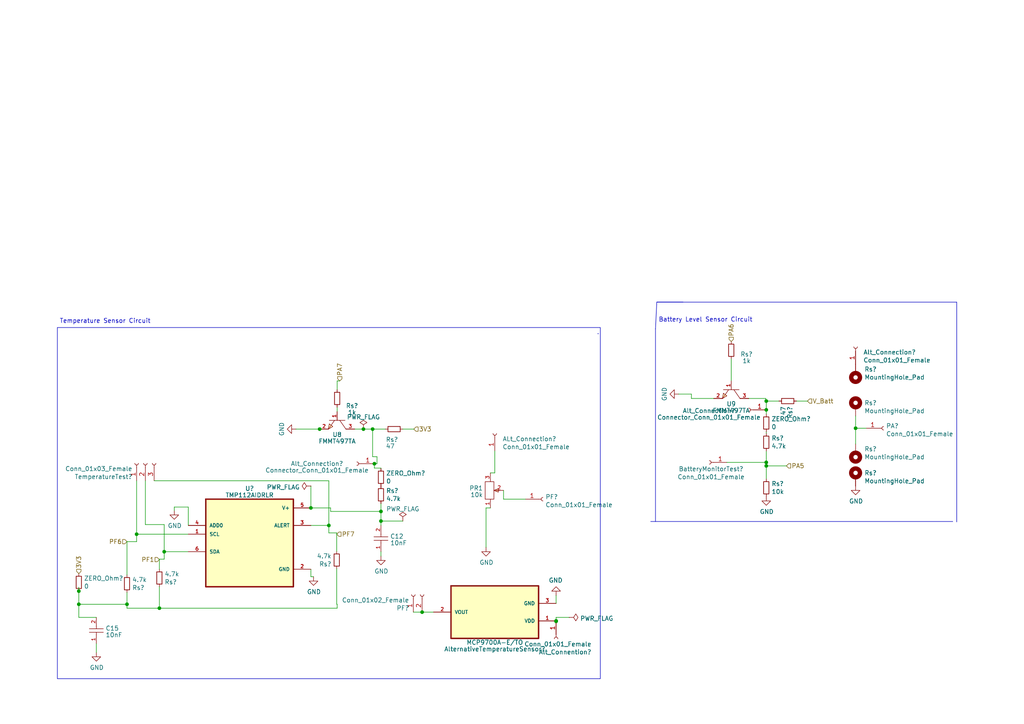
<source format=kicad_sch>
(kicad_sch (version 20230121) (generator eeschema)
  (paper "A4")
  (title_block (title "EEE3088F Sensor Subsystem ") (date "2023-03-18") (rev "V3") (company "University of Cape Town") (comment 1 "Group 11") (comment 2 "Zinzile Mabizela") (comment 3 "MBZZIN003"))
  (lib_symbols
    (symbol "1u ceramic capacitor:CL21B105KBFNNNE" (pin_names hide)
      (property "Reference" "C" (at 0 1.27 0))
      (property "Value" "CL21B105KBFNNNE" (at 0 -2.54 0))
      (symbol "CL21B105KBFNNNE_0_1"
        (polyline (pts (xy -1.27 0) (xy -0.508 0)))
        (polyline (pts (xy -0.508 2.032) (xy -0.508 -2.032)))
        (polyline (pts (xy 0.508 0) (xy 1.27 0)))
        (polyline (pts (xy 0.508 2.032) (xy 0.508 -2.032)))
        (pin input line (at -3.81 0 0) (length 2.54) (name "1") (number "1"))
        (pin input line (at 3.81 0 180) (length 2.54) (name "2") (number "2"))
      )
    )
    (symbol "3362X-1-103LF:3362X-1-103LF" (pin_names hide)
      (property "Reference" "PR" (at 0 1.27 0))
      (property "Value" "3362X-1-103LF" (at 0 -2.54 0))
      (symbol "3362X-1-103LF_0_1"
        (polyline (pts (xy -0.254 0) (xy -1.524 0)))
        (polyline (pts (xy 0.254 0) (xy -1.016 -0.508) (xy -1.016 0.508) (xy 0.254 0)) (fill (type background)))
        (polyline (pts (xy 0.254 -2.54) (xy 0.254 2.54) (xy 2.794 2.54) (xy 2.794 -2.54) (xy 0.254 -2.54)))
        (pin input line (at 1.27 5.08 270) (length 2.54) (name "1") (number "1"))
        (pin input line (at -2.54 0 0) (length 2.54) (name "2") (number "2"))
        (pin input line (at 1.27 -5.08 90) (length 2.54) (name "3") (number "3"))
      )
    )
    (symbol "Device:R_Small" (pin_numbers hide) (pin_names (offset 0.254) hide)
      (property "Reference" "R" (at 0.762 0.508 0))
      (property "Value" "R_Small" (at 0.762 -1.016 0))
      (symbol "R_Small_0_1"
        (rectangle (start -0.762 1.778) (end 0.762 -1.778) (stroke (width 0.2032)))
      )
      (symbol "R_Small_1_1"
        (pin passive line (at 0 2.54 270) (length 0.762) (name "~") (number "1"))
        (pin passive line (at 0 -2.54 90) (length 0.762) (name "~") (number "2"))
      )
    )
    (symbol "FMMT497TA:FMMT497TA" (pin_names hide)
      (property "Reference" "U" (at 0 1.27 0))
      (property "Value" "FMMT497TA" (at 0 -2.54 0))
      (symbol "FMMT497TA_0_1"
        (polyline (pts (xy 0 -0.762) (xy 2.54 -2.54)))
        (polyline (pts (xy 0 2.286) (xy 0 -2.286)))
        (polyline (pts (xy 2.54 2.54) (xy 0 0.762)))
        (polyline (pts (xy 2.54 -2.54) (xy 1.778 -1.27) (xy 1.016 -2.286) (xy 2.54 -2.54)) (fill (type background)))
        (pin unspecified line (at -2.54 0 0) (length 2.54) (name "B") (number "1"))
        (pin unspecified line (at 2.54 -5.08 90) (length 2.54) (name "E") (number "2"))
        (pin unspecified line (at 2.54 5.08 270) (length 2.54) (name "C") (number "3"))
      )
    )
    (symbol "MCP9700A-E_TO:MCP9700A-E{slash}TO" (pin_names (offset 1.016))
      (property "Reference" "Q" (at -4.5732 6.2755 0))
      (property "Value" "MCP9700A-E{slash}TO" (at -5.2342 -12.7551 0))
      (symbol "MCP9700A-E{slash}TO_0_0"
        (rectangle (start -12.7 -10.16) (end 12.7 5.08) (stroke (width 0.4064)) (fill (type background)))
        (pin power_in line (at -17.78 0 0) (length 5.08) (name "VDD") (number "1"))
        (pin output line (at 17.78 -2.54 180) (length 5.08) (name "VOUT") (number "2"))
        (pin passive line (at -17.78 -5.08 0) (length 5.08) (name "GND") (number "3"))
      )
    )
    (symbol "Mechanical:MountingHole_Pad" (pin_numbers hide) (pin_names (offset 1.016) hide)
      (property "Reference" "H" (at 0 6.35 0))
      (property "Value" "MountingHole_Pad" (at 0 4.445 0))
      (symbol "MountingHole_Pad_0_1"
        (circle (center 0 1.27) (radius 1.27) (stroke (width 1.27)))
      )
      (symbol "MountingHole_Pad_1_1"
        (pin input line (at 0 -2.54 90) (length 2.54) (name "1") (number "1"))
      )
    )
    (symbol "TMP112AIDRLR:TMP112AIDRLR" (pin_names (offset 1.016))
      (property "Reference" "U" (at -12.7 13.7 0))
      (property "Value" "TMP112AIDRLR" (at -12.7 -16.7 0))
      (symbol "TMP112AIDRLR_0_0"
        (rectangle (start -12.7 -12.7) (end 12.7 12.7) (stroke (width 0.41)) (fill (type background)))
        (pin input line (at -17.78 2.54 0) (length 5.08) (name "SCL") (number "1"))
        (pin power_in line (at 17.78 -7.62 180) (length 5.08) (name "GND") (number "2"))
        (pin output line (at 17.78 5.08 180) (length 5.08) (name "ALERT") (number "3"))
        (pin input line (at -17.78 5.08 0) (length 5.08) (name "ADD0") (number "4"))
        (pin power_in line (at 17.78 10.16 180) (length 5.08) (name "V+") (number "5"))
        (pin bidirectional line (at -17.78 -2.54 0) (length 5.08) (name "SDA") (number "6"))
      )
    )
    (symbol "power:GND" (power) (pin_names (offset 0))
      (property "Value" "GND" (at 0 -3.81 0))
      (symbol "GND_0_1"
        (polyline (pts (xy 0 0) (xy 0 -1.27) (xy 1.27 -1.27) (xy 0 -2.54) (xy -1.27 -1.27) (xy 0 -1.27)))
      )
      (symbol "GND_1_1"
        (pin power_in line (at 0 0 270) (length 0) hide (name "GND") (number "1"))
      )
    )
    (symbol "power:PWR_FLAG" (power) (pin_numbers hide) (pin_names (offset 0) hide)
      (property "Value" "PWR_FLAG" (at 0 3.81 0))
      (symbol "PWR_FLAG_0_0"
        (pin power_out line (at 0 0 90) (length 0) (name "pwr") (number "1"))
      )
      (symbol "PWR_FLAG_0_1"
        (polyline (pts (xy 0 0) (xy 0 1.27) (xy -1.016 1.905) (xy 0 2.54) (xy 1.016 1.905) (xy 0 1.27)))
      )
    )
    (symbol "sensor_circuits-rescue:Conn_01x01_Female-Connector" (pin_names (offset 1.016) hide)
      (property "Reference" "J" (at 0 2.54 0))
      (property "Value" "Connector_Conn_01x01_Female" (at 0 -2.54 0))
      (symbol "Conn_01x01_Female-Connector_1_1"
        (polyline (pts (xy -1.27 0) (xy -0.508 0)) (stroke (width 0.1524)))
        (arc (start 0 0.508) (mid -0.5058 0) (end 0 -0.508) (stroke (width 0.1524)))
        (pin passive line (at -5.08 0 0) (length 3.81) (name "Pin_1") (number "1"))
      )
    )
    (symbol "sensor_circuits-rescue:Conn_01x02_Female-Connector" (pin_names (offset 1.016) hide)
      (property "Reference" "J" (at 0 2.54 0))
      (property "Value" "Connector_Conn_01x02_Female" (at 0 -5.08 0))
      (symbol "Conn_01x02_Female-Connector_1_1"
        (arc (start 0 -2.032) (mid -0.5058 -2.54) (end 0 -3.048) (stroke (width 0.1524)))
        (polyline (pts (xy -1.27 -2.54) (xy -0.508 -2.54)) (stroke (width 0.1524)))
        (polyline (pts (xy -1.27 0) (xy -0.508 0)) (stroke (width 0.1524)))
        (arc (start 0 0.508) (mid -0.5058 0) (end 0 -0.508) (stroke (width 0.1524)))
        (pin passive line (at -5.08 0 0) (length 3.81) (name "Pin_1") (number "1"))
        (pin passive line (at -5.08 -2.54 0) (length 3.81) (name "Pin_2") (number "2"))
      )
    )
    (symbol "sensor_circuits-rescue:Conn_01x03_Female-Connector" (pin_names (offset 1.016) hide)
      (property "Reference" "J" (at 0 5.08 0))
      (property "Value" "Connector_Conn_01x03_Female" (at 0 -5.08 0))
      (symbol "Conn_01x03_Female-Connector_1_1"
        (arc (start 0 -2.032) (mid -0.5058 -2.54) (end 0 -3.048) (stroke (width 0.1524)))
        (polyline (pts (xy -1.27 -2.54) (xy -0.508 -2.54)) (stroke (width 0.1524)))
        (polyline (pts (xy -1.27 0) (xy -0.508 0)) (stroke (width 0.1524)))
        (polyline (pts (xy -1.27 2.54) (xy -0.508 2.54)) (stroke (width 0.1524)))
        (arc (start 0 0.508) (mid -0.5058 0) (end 0 -0.508) (stroke (width 0.1524)))
        (arc (start 0 3.048) (mid -0.5058 2.54) (end 0 2.032) (stroke (width 0.1524)))
        (pin passive line (at -5.08 2.54 0) (length 3.81) (name "Pin_1") (number "1"))
        (pin passive line (at -5.08 0 0) (length 3.81) (name "Pin_2") (number "2"))
        (pin passive line (at -5.08 -2.54 0) (length 3.81) (name "Pin_3") (number "3"))
      )
    )
  )
  (junction (at 90.17 147.32))
  (junction (at 46.228 176.403))
  (junction (at 92.71 124.46))
  (junction (at 22.86 175.26))
  (junction (at 22.86 171.45))
  (junction (at 222.25 116.332))
  (junction (at 161.29 180.213))
  (junction (at 108.585 134.493))
  (junction (at 39.624 154.94))
  (junction (at 248.158 124.206))
  (junction (at 110.49 151.13))
  (junction (at 95.377 152.4))
  (junction (at 161.29 180.086))
  (junction (at 222.25 134.112))
  (junction (at 222.25 135.128))
  (junction (at 108.077 124.46))
  (junction (at 36.83 175.26))
  (junction (at 122.428 177.546))
  (junction (at 222.25 118.872))
  (junction (at 47.625 160.02))
  (junction (at 105.41 124.46))
  (junction (at 110.49 148.336))
  (wire (pts (xy 97.663 175.26) (xy 97.663 164.973)))
  (wire (pts (xy 120.015 124.46) (xy 116.84 124.46)))
  (wire (pts (xy 212.09 104.14) (xy 212.09 110.49)))
  (wire (pts (xy 109.347 132.461) (xy 109.347 134.493)))
  (wire (pts (xy 36.83 171.831) (xy 36.83 175.26)))
  (wire (pts (xy 110.49 146.05) (xy 110.49 148.336)))
  (wire (pts (xy 97.663 154.559) (xy 95.377 154.559)))
  (wire (pts (xy 39.624 154.94) (xy 54.61 154.94)))
  (wire (pts (xy 47.625 160.02) (xy 47.625 162.179)))
  (wire (pts (xy 110.49 148.59) (xy 110.49 151.13)))
  (wire (pts (xy 46.228 162.179) (xy 47.625 162.179)))
  (polyline (pts (xy 190.5 87.63) (xy 277.495 87.63)))
  (wire (pts (xy 234.188 116.332) (xy 231.013 116.332)))
  (wire (pts (xy 210.82 134.112) (xy 222.25 134.112)))
  (wire (pts (xy 200.533 114.3) (xy 200.533 115.57)))
  (wire (pts (xy 22.86 170.307) (xy 22.86 171.45)))
  (wire (pts (xy 222.25 118.872) (xy 222.25 120.142)))
  (wire (pts (xy 110.49 151.13) (xy 116.84 151.13)))
  (wire (pts (xy 200.533 115.57) (xy 207.01 115.57)))
  (wire (pts (xy 90.17 165.1) (xy 90.17 167.259)))
  (wire (pts (xy 27.94 186.69) (xy 27.94 189.23)))
  (polyline (pts (xy 190.119 151.257) (xy 190.119 95.377)))
  (polyline (pts (xy 277.495 87.63) (xy 277.495 151.384)))
  (wire (pts (xy 42.164 152.146) (xy 47.625 152.146)))
  (wire (pts (xy 165.1 179.07) (xy 161.29 179.07)))
  (wire (pts (xy 248.158 124.206) (xy 248.158 128.778)))
  (wire (pts (xy 44.704 139.446) (xy 95.377 139.446)))
  (wire (pts (xy 161.29 180.086) (xy 161.544 180.086)))
  (wire (pts (xy 22.86 171.45) (xy 22.86 175.26)))
  (polyline (pts (xy 190.5 87.63) (xy 198.12 87.63)))
  (wire (pts (xy 140.97 158.75) (xy 140.97 147.32)))
  (wire (pts (xy 46.228 165.1) (xy 46.228 162.179)))
  (wire (pts (xy 36.83 175.26) (xy 36.83 176.403)))
  (wire (pts (xy 143.51 137.16) (xy 142.24 137.16)))
  (wire (pts (xy 108.585 135.763) (xy 108.585 134.493)))
  (wire (pts (xy 97.79 175.26) (xy 97.79 176.403)))
  (wire (pts (xy 95.885 148.336) (xy 110.49 148.336)))
  (wire (pts (xy 92.71 124.46) (xy 85.852 124.46)))
  (wire (pts (xy 47.625 160.02) (xy 54.61 160.02)))
  (wire (pts (xy 46.228 170.18) (xy 46.228 176.403)))
  (wire (pts (xy 110.49 135.89) (xy 110.49 135.763)))
  (wire (pts (xy 90.17 140.97) (xy 90.17 147.32)))
  (polyline (pts (xy 190.5 87.63) (xy 190.119 95.377)))
  (wire (pts (xy 109.347 134.493) (xy 108.585 134.493)))
  (wire (pts (xy 119.888 177.546) (xy 122.428 177.546)))
  (wire (pts (xy 161.29 180.213) (xy 161.29 180.34)))
  (wire (pts (xy 27.94 179.07) (xy 22.86 179.07)))
  (wire (pts (xy 54.61 147.066) (xy 54.61 152.4)))
  (wire (pts (xy 39.624 154.94) (xy 39.624 157.099)))
  (wire (pts (xy 97.79 110.49) (xy 97.79 113.03)))
  (wire (pts (xy 102.87 124.46) (xy 105.41 124.46)))
  (wire (pts (xy 146.05 142.24) (xy 146.05 144.78)))
  (wire (pts (xy 222.25 130.81) (xy 222.25 134.112)))
  (wire (pts (xy 97.663 159.893) (xy 97.663 154.559)))
  (wire (pts (xy 50.546 147.066) (xy 54.61 147.066)))
  (wire (pts (xy 97.79 110.49) (xy 98.552 110.49)))
  (wire (pts (xy 105.41 124.46) (xy 108.077 124.46)))
  (wire (pts (xy 95.377 152.4) (xy 95.377 154.559)))
  (wire (pts (xy 146.05 144.78) (xy 152.4 144.78)))
  (wire (pts (xy 95.885 147.32) (xy 95.885 148.336)))
  (wire (pts (xy 110.49 151.13) (xy 110.49 152.4)))
  (wire (pts (xy 110.49 148.336) (xy 110.49 148.463)))
  (wire (pts (xy 22.86 175.26) (xy 36.83 175.26)))
  (wire (pts (xy 90.17 147.32) (xy 95.885 147.32)))
  (wire (pts (xy 217.17 115.57) (xy 222.123 115.57)))
  (wire (pts (xy 95.377 152.4) (xy 90.17 152.4)))
  (wire (pts (xy 36.83 176.403) (xy 46.228 176.403)))
  (wire (pts (xy 248.158 120.65) (xy 248.158 124.206)))
  (wire (pts (xy 222.123 116.332) (xy 222.25 116.332)))
  (wire (pts (xy 47.625 152.146) (xy 47.625 160.02)))
  (wire (pts (xy 200.533 114.3) (xy 196.85 114.3)))
  (wire (pts (xy 228.092 135.128) (xy 222.25 135.128)))
  (wire (pts (xy 110.49 135.763) (xy 108.585 135.763)))
  (wire (pts (xy 97.79 118.11) (xy 97.79 119.38)))
  (wire (pts (xy 222.25 134.112) (xy 222.25 135.128)))
  (wire (pts (xy 95.377 139.446) (xy 95.377 152.4)))
  (wire (pts (xy 222.25 116.332) (xy 225.933 116.332)))
  (wire (pts (xy 97.79 175.26) (xy 97.663 175.26)))
  (wire (pts (xy 108.077 124.46) (xy 111.76 124.46)))
  (wire (pts (xy 22.86 179.07) (xy 22.86 175.26)))
  (wire (pts (xy 222.25 116.332) (xy 222.25 118.872)))
  (wire (pts (xy 161.29 172.72) (xy 161.29 175.006)))
  (wire (pts (xy 46.228 176.403) (xy 97.79 176.403)))
  (wire (pts (xy 39.624 139.446) (xy 39.624 154.94)))
  (wire (pts (xy 110.49 160.02) (xy 110.49 161.29)))
  (wire (pts (xy 222.25 135.128) (xy 222.25 138.938)))
  (wire (pts (xy 161.29 179.07) (xy 161.29 180.086)))
  (wire (pts (xy 92.964 124.46) (xy 92.71 124.46)))
  (wire (pts (xy 42.164 139.446) (xy 42.164 152.146)))
  (wire (pts (xy 90.17 167.259) (xy 90.932 167.259)))
  (wire (pts (xy 36.83 157.099) (xy 39.624 157.099)))
  (wire (pts (xy 125.73 177.546) (xy 122.428 177.546)))
  (polyline (pts (xy 173.355 96.774) (xy 173.609 96.774)))
  (wire (pts (xy 108.077 132.461) (xy 109.347 132.461)))
  (wire (pts (xy 50.546 148.082) (xy 50.546 147.066)))
  (wire (pts (xy 108.077 132.461) (xy 108.077 124.46)))
  (wire (pts (xy 251.206 124.206) (xy 248.158 124.206)))
  (wire (pts (xy 140.97 147.32) (xy 142.24 147.32)))
  (wire (pts (xy 222.123 115.57) (xy 222.123 116.332)))
  (wire (pts (xy 222.25 125.222) (xy 222.25 125.73)))
  (wire (pts (xy 161.29 180.086) (xy 161.29 180.213)))
  (wire (pts (xy 143.51 130.81) (xy 143.51 137.16)))
  (polyline (pts (xy 276.352 151.257) (xy 188.722 151.257)))
  (wire (pts (xy 36.83 166.751) (xy 36.83 157.099)))
  (rectangle (start 16.637 94.996) (end 174.117 196.85))
  (text "Temperature Sensor Circuit" (at 17.272 93.98 0) (effects (font (size 1.27 1.27)) (justify left bottom)))
  (text "Battery Level Sensor Circuit" (at 191.008 93.599 0) (effects (font (size 1.27 1.27)) (justify left bottom)))
  (hierarchical_label "3V3" (shape input) (at 120.015 124.46 0))
  (hierarchical_label "PA5" (shape input) (at 228.092 135.128 0))
  (hierarchical_label "PA6" (shape input) (at 212.09 99.06 90))
  (hierarchical_label "V_Batt" (shape input) (at 234.188 116.332 0))
  (hierarchical_label "PF1" (shape input) (at 46.228 162.306 180))
  (hierarchical_label "PF6" (shape input) (at 36.83 157.099 180))
  (hierarchical_label "3V3" (shape input) (at 22.86 166.37 90))
  (hierarchical_label "PA7" (shape input) (at 98.552 110.49 90))
  (hierarchical_label "PF7" (shape input) (at 97.663 154.94 0))
  (symbol (lib_id "FMMT497TA:FMMT497TA") (at 97.79 121.92 270) (unit 1)
    (property "Reference" "U8" (at 97.79 126.0555 90))
    (property "Value" "FMMT497TA" (at 97.79 127.9765 90))
    (property "Footprint" "Sensor Additional footprints:SOT-23-3_L2.9-W1.6-P1.90-LS2.8-BR" (effects hide))
    (property "Datasheet" "https://item.szlcsc.com/14454.html" (effects hide))
    (property "LCSC" "C80781" (effects hide))
  )
  (symbol (lib_id "Device:R_Small") (at 212.09 101.6 0) (unit 1)
    (property "Reference" "Rs?" (at 216.535 102.743 0))
    (property "Value" "1k" (at 216.535 104.664 0))
    (property "Footprint" "Resistor_SMD:R_0805_2012Metric" (effects hide))
    (instances (project "sensor_circuits" (path "" (reference "Rs?") (unit 1))) (project "Assignment 3" (path "" (reference "Rs7") (unit 1))))
  )
  (symbol (lib_id "sensor_circuits-rescue:Conn_01x01_Female-Connector") (at 248.158 100.584 90) (unit 1)
    (property "Reference" "Alt_Connection?" (at 250.3932 102.1588 90) (effects (justify right)))
    (property "Value" "Conn_01x01_Female" (at 250.3932 104.4702 90) (effects (justify right)))
    (instances (project "sensor_circuits" (path "" (reference "Alt_Connection?") (unit 1))) (project "Assignment 3" (path "" (reference "Alt_Connection4") (unit 1))))
  )
  (symbol (lib_id "power:GND") (at 196.85 114.3 270) (unit 1)
    (property "Reference" "#PWR?" (effects hide))
    (property "Value" "GND" (at 192.7145 114.3 0))
    (instances (project "sensor_circuits" (path "" (reference "#PWR?") (unit 1))) (project "Assignment 3" (path "" (reference "#PWR028") (unit 1))))
  )
  (symbol (lib_id "Device:R_Small") (at 110.49 138.43 0) (unit 1)
    (property "Reference" "ZERO_Ohm?" (at 111.9886 137.2616 0) (effects (justify left)))
    (property "Value" "0 " (at 111.9886 139.573 0) (effects (justify left)))
    (property "Footprint" "Resistor_SMD:R_0805_2012Metric" (effects hide))
    (instances (project "sensor_circuits" (path "" (reference "ZERO_Ohm?") (unit 1))) (project "Assignment 3" (path "" (reference "ZERO_Ohm2") (unit 1))))
  )
  (symbol (lib_id "Device:R_Small") (at 228.473 116.332 270) (unit 1)
    (property "Reference" "Rs?" (at 229.1167 117.8306 0) (effects (justify left)))
    (property "Value" "47" (at 227.1957 117.8306 0) (effects (justify left)))
    (property "Footprint" "Resistor_SMD:R_0805_2012Metric" (effects hide))
    (instances (project "sensor_circuits" (path "" (reference "Rs?") (unit 1))) (project "Assignment 3" (path "" (reference "Rs10") (unit 1))))
  )
  (symbol (lib_id "power:GND") (at 85.852 124.46 270) (unit 1)
    (property "Reference" "#PWR?" (effects hide))
    (property "Value" "GND" (at 81.7165 124.46 0))
    (instances (project "sensor_circuits" (path "" (reference "#PWR?") (unit 1))) (project "Assignment 3" (path "" (reference "#PWR023") (unit 1))))
  )
  (symbol (lib_id "power:GND") (at 248.158 140.97 0) (unit 1)
    (property "Reference" "#PWR?" (effects hide))
    (property "Value" "GND" (at 248.285 145.3642 0))
    (instances (project "sensor_circuits" (path "" (reference "#PWR?") (unit 1))) (project "Assignment 3" (path "" (reference "#PWR030") (unit 1))))
  )
  (symbol (lib_id "power:GND") (at 161.29 172.72 180) (unit 1)
    (property "Reference" "#PWR?" (effects hide))
    (property "Value" "GND" (at 161.163 168.3258 0))
    (instances (project "sensor_circuits" (path "" (reference "#PWR?") (unit 1))) (project "Assignment 3" (path "" (reference "#PWR027") (unit 1))))
  )
  (symbol (lib_id "power:GND") (at 50.546 148.082 0) (unit 1)
    (property "Reference" "#PWR?" (effects hide))
    (property "Value" "GND" (at 50.673 152.4762 0))
    (instances (project "sensor_circuits" (path "" (reference "#PWR?") (unit 1))) (project "Assignment 3" (path "" (reference "#PWR022") (unit 1))))
  )
  (symbol (lib_id "power:GND") (at 27.94 189.23 0) (unit 1)
    (property "Reference" "#PWR?" (effects hide))
    (property "Value" "GND" (at 28.067 193.6242 0))
    (instances (project "sensor_circuits" (path "" (reference "#PWR?") (unit 1))) (project "Assignment 3" (path "" (reference "#PWR021") (unit 1))))
  )
  (symbol (lib_id "Device:R_Small") (at 22.86 168.91 0) (unit 1)
    (property "Reference" "ZERO_Ohm?" (at 24.3586 167.7416 0) (effects (justify left)))
    (property "Value" "0 " (at 24.3586 170.053 0) (effects (justify left)))
    (property "Footprint" "Resistor_SMD:R_0805_2012Metric" (effects hide))
    (instances (project "sensor_circuits" (path "" (reference "ZERO_Ohm?") (unit 1))) (project "Assignment 3" (path "" (reference "ZERO_Ohm1") (unit 1))))
  )
  (symbol (lib_id "Device:R_Small") (at 97.79 115.57 0) (unit 1)
    (property "Reference" "Rs?" (at 102.108 117.713 0))
    (property "Value" "1k" (at 102.108 119.634 0))
    (property "Footprint" "Resistor_SMD:R_0805_2012Metric_Pad1.20x1.40mm_HandSolder" (effects hide))
    (instances (project "sensor_circuits" (path "" (reference "Rs?") (unit 1))) (project "Assignment 3" (path "" (reference "Rs4") (unit 1))))
  )
  (symbol (lib_id "Device:R_Small") (at 110.49 143.51 0) (unit 1)
    (property "Reference" "Rs?" (at 111.9886 142.3416 0) (effects (justify left)))
    (property "Value" "4.7k" (at 111.9886 144.653 0) (effects (justify left)))
    (property "Footprint" "Resistor_SMD:R_0805_2012Metric" (effects hide))
    (instances (project "sensor_circuits" (path "" (reference "Rs?") (unit 1))) (project "Assignment 3" (path "" (reference "Rs5") (unit 1))))
  )
  (symbol (lib_id "Device:R_Small") (at 97.663 162.433 180) (unit 1)
    (property "Reference" "Rs?" (at 96.1644 163.6014 0) (effects (justify left)))
    (property "Value" "4.7k" (at 96.1644 161.29 0) (effects (justify left)))
    (property "Footprint" "Resistor_SMD:R_0805_2012Metric" (effects hide))
    (instances (project "sensor_circuits" (path "" (reference "Rs?") (unit 1))) (project "Assignment 3" (path "" (reference "Rs3") (unit 1))))
  )
  (symbol (lib_id "Device:R_Small") (at 114.3 124.46 270) (unit 1)
    (property "Reference" "Rs?" (at 111.887 127.492 90) (effects (justify left)))
    (property "Value" "47" (at 111.887 129.413 90) (effects (justify left)))
    (property "Footprint" "Resistor_SMD:R_0805_2012Metric" (effects hide))
    (instances (project "sensor_circuits" (path "" (reference "Rs?") (unit 1))) (project "Assignment 3" (path "" (reference "Rs6") (unit 1))))
  )
  (symbol (lib_id "sensor_circuits-rescue:Conn_01x01_Female-Connector") (at 143.51 125.73 90) (unit 1)
    (property "Reference" "ALt_Connection?" (at 145.7452 127.3048 90) (effects (justify right)))
    (property "Value" "Conn_01x01_Female" (at 145.7452 129.6162 90) (effects (justify right)))
    (instances (project "sensor_circuits" (path "" (reference "ALt_Connection?") (unit 1))) (project "Assignment 3" (path "" (reference "ALt_Connection2") (unit 1))))
  )
  (symbol (lib_id "TMP112AIDRLR:TMP112AIDRLR") (at 72.39 157.48 0) (unit 1)
    (property "Reference" "U?" (at 72.39 141.6921 0))
    (property "Value" "TMP112AIDRLR" (at 72.39 143.6131 0))
    (property "Footprint" "TMP112AIDRLR (1):SOT50P160X60-6N" (effects hide))
    (instances (project "sensor_circuits" (path "" (reference "U?") (unit 1))) (project "Assignment 3" (path "" (reference "U7") (unit 1))))
  )
  (symbol (lib_id "power:GND") (at 110.49 161.29 0) (unit 1)
    (property "Reference" "#PWR?" (effects hide))
    (property "Value" "GND" (at 110.617 165.6842 0))
    (instances (project "sensor_circuits" (path "" (reference "#PWR?") (unit 1))) (project "Assignment 3" (path "" (reference "#PWR025") (unit 1))))
  )
  (symbol (lib_id "sensor_circuits-rescue:Conn_01x01_Female-Connector") (at 205.74 134.112 180) (unit 1)
    (property "Reference" "BatteryMonitorTest?" (at 206.248 136.017 0))
    (property "Value" "Conn_01x01_Female" (at 206.248 138.3284 0))
    (instances (project "sensor_circuits" (path "" (reference "BatteryMonitorTest?") (unit 1))) (project "Assignment 3" (path "" (reference "BatteryMonitorTest1") (unit 1))))
  )
  (symbol (lib_id "sensor_circuits-rescue:Conn_01x02_Female-Connector") (at 119.888 172.466 90) (unit 1)
    (property "Reference" "PF?" (at 118.6688 176.3776 90) (effects (justify left)))
    (property "Value" "Conn_01x02_Female" (at 118.6688 174.0662 90) (effects (justify left)))
    (instances (project "sensor_circuits" (path "" (reference "PF?") (unit 1))) (project "Assignment 3" (path "" (reference "PF1") (unit 1))))
  )
  (symbol (lib_id "power:PWR_FLAG") (at 105.41 124.46 0) (unit 1)
    (property "Reference" "#FLG022" (effects hide))
    (property "Value" "PWR_FLAG" (at 105.41 120.9581 0))
  )
  (symbol (lib_id "sensor_circuits-rescue:Conn_01x01_Female-Connector") (at 103.505 134.493 180) (unit 1)
    (property "Reference" "Alt_Connection?" (at 91.948 134.477 0))
    (property "Value" "Connector_Conn_01x01_Female" (at 91.948 136.398 0))
    (instances (project "sensor_circuits" (path "" (reference "Alt_Connection?") (unit 1))) (project "Assignment 3" (path "" (reference "Alt_Connection1") (unit 1))))
  )
  (symbol (lib_id "Mechanical:MountingHole_Pad") (at 248.158 131.318 180) (unit 1)
    (property "Reference" "Rs?" (at 250.698 130.2258 0) (effects (justify right)))
    (property "Value" "MountingHole_Pad" (at 250.698 132.5372 0) (effects (justify right)))
    (property "Footprint" "MountingHole:MountingHole_2.5mm" (effects hide))
    (instances (project "sensor_circuits" (path "" (reference "Rs?") (unit 1))) (project "Assignment 3" (path "" (reference "Rs13") (unit 1))))
  )
  (symbol (lib_id "1u ceramic capacitor:CL21B105KBFNNNE") (at 27.94 182.88 90) (unit 1)
    (property "Reference" "C15" (at 30.607 182.2363 90) (effects (justify right)))
    (property "Value" "10nF" (at 30.607 184.1573 90) (effects (justify right)))
    (property "Footprint" "Sensor Additional footprints:C0805" (effects hide))
    (property "Datasheet" "https://item.szlcsc.com/373011.html" (effects hide))
    (property "LCSC" "C28323" (effects hide))
    (property "Capacitance" "1uF" (effects hide))
  )
  (symbol (lib_id "3362X-1-103LF:3362X-1-103LF") (at 143.51 142.24 180) (unit 1)
    (property "Reference" "PR1" (at 140.081 141.5963 0) (effects (justify left)))
    (property "Value" "10k" (at 140.081 143.5173 0) (effects (justify left)))
    (property "Footprint" "Sensor Additional footprints:RES-ADJ-TH_3362X" (effects hide))
    (property "Datasheet" "https://item.szlcsc.com/125134.html" (effects hide))
    (property "LCSC" "C123858" (effects hide))
    (property "Resistance" "10kΩ" (effects hide))
  )
  (symbol (lib_id "power:PWR_FLAG") (at 116.84 151.13 0) (unit 1)
    (property "Reference" "#FLG021" (effects hide))
    (property "Value" "PWR_FLAG" (at 116.84 147.6281 0))
  )
  (symbol (lib_id "Mechanical:MountingHole_Pad") (at 248.158 138.43 0) (unit 1)
    (property "Reference" "Rs?" (at 250.698 137.1854 0) (effects (justify left)))
    (property "Value" "MountingHole_Pad" (at 250.698 139.4968 0) (effects (justify left)))
    (property "Footprint" "MountingHole:MountingHole_2.5mm" (effects hide))
    (instances (project "sensor_circuits" (path "" (reference "Rs?") (unit 1))) (project "Assignment 3" (path "" (reference "Rs14") (unit 1))))
  )
  (symbol (lib_id "Device:R_Small") (at 222.25 122.682 0) (unit 1)
    (property "Reference" "ZERO_Ohm?" (at 223.7486 121.5136 0) (effects (justify left)))
    (property "Value" "0 " (at 223.7486 123.825 0) (effects (justify left)))
    (property "Footprint" "Resistor_SMD:R_0805_2012Metric" (effects hide))
    (instances (project "sensor_circuits" (path "" (reference "ZERO_Ohm?") (unit 1))) (project "Assignment 3" (path "" (reference "ZERO_Ohm3") (unit 1))))
  )
  (symbol (lib_id "Mechanical:MountingHole_Pad") (at 248.158 108.204 180) (unit 1)
    (property "Reference" "Rs?" (at 250.698 107.1118 0) (effects (justify right)))
    (property "Value" "MountingHole_Pad" (at 250.698 109.4232 0) (effects (justify right)))
    (property "Footprint" "MountingHole:MountingHole_2.5mm" (effects hide))
    (instances (project "sensor_circuits" (path "" (reference "Rs?") (unit 1))) (project "Assignment 3" (path "" (reference "Rs11") (unit 1))))
  )
  (symbol (lib_id "sensor_circuits-rescue:Conn_01x03_Female-Connector") (at 42.164 134.366 90) (unit 1)
    (property "Reference" "TemperatureTest?" (at 38.4048 138.2776 90) (effects (justify left)))
    (property "Value" "Conn_01x03_Female" (at 38.4048 135.9662 90) (effects (justify left)))
    (instances (project "sensor_circuits" (path "" (reference "TemperatureTest?") (unit 1))) (project "Assignment 3" (path "" (reference "TemperatureTest1") (unit 1))))
  )
  (symbol (lib_id "Device:R_Small") (at 222.25 141.478 0) (unit 1)
    (property "Reference" "Rs?" (at 223.7486 140.3096 0) (effects (justify left)))
    (property "Value" "10k" (at 223.7486 142.621 0) (effects (justify left)))
    (property "Footprint" "Resistor_SMD:R_0805_2012Metric" (effects hide))
    (instances (project "sensor_circuits" (path "" (reference "Rs?") (unit 1))) (project "Assignment 3" (path "" (reference "Rs9") (unit 1))))
  )
  (symbol (lib_id "power:PWR_FLAG") (at 90.17 140.97 90) (unit 1)
    (property "Reference" "#FLG?" (effects hide))
    (property "Value" "PWR_FLAG" (at 86.9951 141.2868 90) (effects (justify left)))
    (instances (project "Assignment 3" (path "" (reference "#FLG?") (unit 1)) (path "" (reference "#FLG019") (unit 1))))
  )
  (symbol (lib_id "power:GND") (at 140.97 158.75 0) (unit 1)
    (property "Reference" "#PWR?" (effects hide))
    (property "Value" "GND" (at 141.097 163.1442 0))
    (instances (project "sensor_circuits" (path "" (reference "#PWR?") (unit 1))) (project "Assignment 3" (path "" (reference "#PWR026") (unit 1))))
  )
  (symbol (lib_id "sensor_circuits-rescue:Conn_01x01_Female-Connector") (at 157.48 144.78 0) (unit 1)
    (property "Reference" "PF?" (at 158.1912 144.1196 0) (effects (justify left)))
    (property "Value" "Conn_01x01_Female" (at 158.1912 146.431 0) (effects (justify left)))
    (instances (project "sensor_circuits" (path "" (reference "PF?") (unit 1))) (project "Assignment 3" (path "" (reference "PF2") (unit 1))))
  )
  (symbol (lib_id "1u ceramic capacitor:CL21B105KBFNNNE") (at 110.49 156.21 90) (unit 1)
    (property "Reference" "C12" (at 113.157 155.5663 90) (effects (justify right)))
    (property "Value" "10nF" (at 113.157 157.4873 90) (effects (justify right)))
    (property "Footprint" "Sensor Additional footprints:C0805" (effects hide))
    (property "Datasheet" "https://item.szlcsc.com/373011.html" (effects hide))
    (property "LCSC" "C28323" (effects hide))
    (property "Capacitance" "1uF" (effects hide))
  )
  (symbol (lib_id "Device:R_Small") (at 222.25 128.27 0) (unit 1)
    (property "Reference" "Rs?" (at 223.7486 127.1016 0) (effects (justify left)))
    (property "Value" "4.7k" (at 223.7486 129.413 0) (effects (justify left)))
    (property "Footprint" "Resistor_SMD:R_0805_2012Metric" (effects hide))
    (instances (project "sensor_circuits" (path "" (reference "Rs?") (unit 1))) (project "Assignment 3" (path "" (reference "Rs8") (unit 1))))
  )
  (symbol (lib_id "Device:R_Small") (at 36.83 169.291 0) (mirror x) (unit 1)
    (property "Reference" "Rs?" (at 38.3286 170.4594 0) (effects (justify left)))
    (property "Value" "4.7k" (at 38.3286 168.148 0) (effects (justify left)))
    (property "Footprint" "Resistor_SMD:R_0805_2012Metric" (effects hide))
    (instances (project "sensor_circuits" (path "" (reference "Rs?") (unit 1))) (project "Assignment 3" (path "" (reference "Rs1") (unit 1))))
  )
  (symbol (lib_id "power:GND") (at 90.932 167.259 0) (unit 1)
    (property "Reference" "#PWR?" (effects hide))
    (property "Value" "GND" (at 91.059 171.6532 0))
    (instances (project "sensor_circuits" (path "" (reference "#PWR?") (unit 1))) (project "Assignment 3" (path "" (reference "#PWR024") (unit 1))))
  )
  (symbol (lib_id "Mechanical:MountingHole_Pad") (at 248.158 118.11 0) (unit 1)
    (property "Reference" "Rs?" (at 250.698 116.8654 0) (effects (justify left)))
    (property "Value" "MountingHole_Pad" (at 250.698 119.1768 0) (effects (justify left)))
    (property "Footprint" "MountingHole:MountingHole_2.5mm" (effects hide))
    (instances (project "sensor_circuits" (path "" (reference "Rs?") (unit 1))) (project "Assignment 3" (path "" (reference "Rs12") (unit 1))))
  )
  (symbol (lib_id "sensor_circuits-rescue:Conn_01x01_Female-Connector") (at 256.286 124.206 0) (unit 1)
    (property "Reference" "PA?" (at 256.9972 123.5456 0) (effects (justify left)))
    (property "Value" "Conn_01x01_Female" (at 256.9972 125.857 0) (effects (justify left)))
    (instances (project "sensor_circuits" (path "" (reference "PA?") (unit 1))) (project "Assignment 3" (path "" (reference "PA1") (unit 1))))
  )
  (symbol (lib_id "power:PWR_FLAG") (at 165.1 179.07 270) (unit 1)
    (property "Reference" "#FLG?" (effects hide))
    (property "Value" "PWR_FLAG" (at 168.275 179.3868 90) (effects (justify left)))
    (instances (project "Assignment 3" (path "" (reference "#FLG?") (unit 1)) (path "" (reference "#FLG020") (unit 1))))
  )
  (symbol (lib_id "sensor_circuits-rescue:Conn_01x01_Female-Connector") (at 217.17 118.872 180) (unit 1)
    (property "Reference" "Alt_Connection?" (at 205.613 119.126 0))
    (property "Value" "Connector_Conn_01x01_Female" (at 205.613 121.047 0))
    (instances (project "sensor_circuits" (path "" (reference "Alt_Connection?") (unit 1))) (project "Assignment 3" (path "" (reference "Alt_Connection3") (unit 1))))
  )
  (symbol (lib_id "MCP9700A-E_TO:MCP9700A-E{slash}TO") (at 143.51 180.086 180) (unit 1)
    (property "Reference" "AlternativeTemperatureSensor?" (at 143.51 188.2521 0))
    (property "Value" "MCP9700A-E/TO" (at 143.51 186.3311 0))
    (property "Footprint" "MCP9700A-E_TO (1):TO127P254X533-3" (effects hide))
    (property "OC_FARNELL" "1332164" (effects hide))
    (property "MPN" "MCP9700A-E/TO" (effects hide))
    (property "PACKAGE" "TO-92-3" (effects hide))
    (property "OC_NEWARK" "17M0676" (effects hide))
    (property "SUPPLIER" "Microchip" (effects hide))
    (instances (project "sensor_circuits" (path "" (reference "AlternativeTemperatureSensor?") (unit 1))) (project "Assignment 3" (path "" (reference "AlternativeTemperatureSensor1") (unit 1))))
  )
  (symbol (lib_id "power:GND") (at 222.25 144.018 0) (unit 1)
    (property "Reference" "#PWR?" (effects hide))
    (property "Value" "GND" (at 222.377 148.4122 0))
    (instances (project "sensor_circuits" (path "" (reference "#PWR?") (unit 1))) (project "Assignment 3" (path "" (reference "#PWR029") (unit 1))))
  )
  (symbol (lib_id "sensor_circuits-rescue:Conn_01x01_Female-Connector") (at 161.29 185.293 270) (unit 1)
    (property "Reference" "Alt_Connention?" (at 171.577 189.1284 90) (effects (justify right)))
    (property "Value" "Conn_01x01_Female" (at 171.577 186.817 90) (effects (justify right)))
    (instances (project "sensor_circuits" (path "" (reference "Alt_Connention?") (unit 1))) (project "Assignment 3" (path "" (reference "Alt_Connention1") (unit 1))))
  )
  (symbol (lib_id "Device:R_Small") (at 46.228 167.64 0) (mirror x) (unit 1)
    (property "Reference" "Rs?" (at 47.7266 168.8084 0) (effects (justify left)))
    (property "Value" "4.7k" (at 47.7266 166.497 0) (effects (justify left)))
    (property "Footprint" "Resistor_SMD:R_0805_2012Metric_Pad1.20x1.40mm_HandSolder" (effects hide))
    (instances (project "sensor_circuits" (path "" (reference "Rs?") (unit 1))) (project "Assignment 3" (path "" (reference "Rs2") (unit 1))))
  )
  (symbol (lib_id "FMMT497TA:FMMT497TA") (at 212.09 113.03 270) (unit 1)
    (property "Reference" "U9" (at 212.09 117.1655 90))
    (property "Value" "FMMT497TA" (at 212.09 119.0865 90))
    (property "Footprint" "Sensor Additional footprints:SOT-23-3_L2.9-W1.6-P1.90-LS2.8-BR" (effects hide))
    (property "Datasheet" "https://item.szlcsc.com/14454.html" (effects hide))
    (property "LCSC" "C80781" (effects hide))
  )
)
</source>
